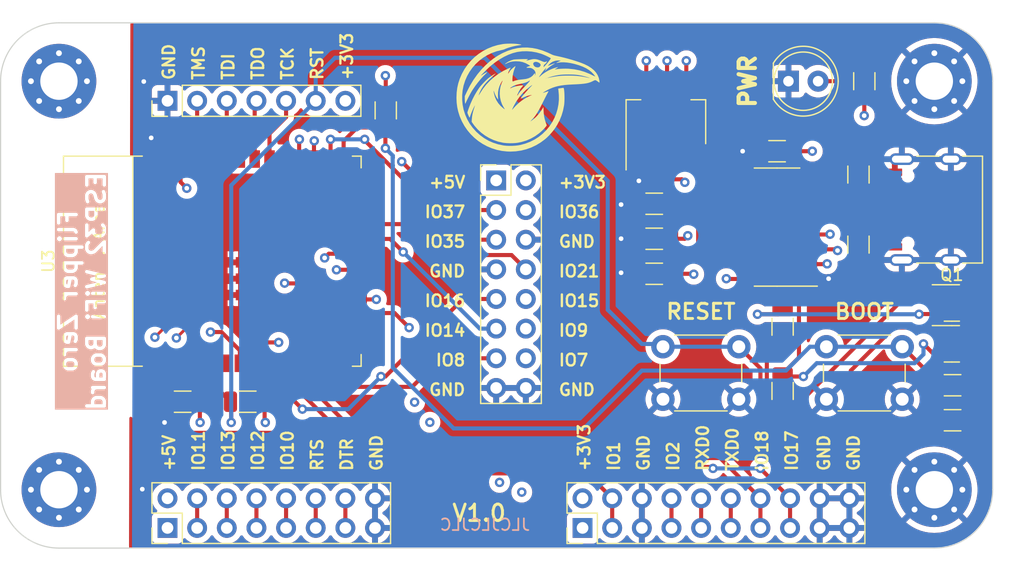
<source format=kicad_pcb>
(kicad_pcb (version 20221018) (generator pcbnew)
  (layers (0 "F.Cu" signal) (1 "In1.Cu" signal) (2 "In2.Cu" signal) (31 "B.Cu" signal) (34 "B.Paste" user) (35 "F.Paste" user) (36 "B.SilkS" user "B.Silkscreen") (37 "F.SilkS" user "F.Silkscreen") (38 "B.Mask" user) (39 "F.Mask" user) (44 "Edge.Cuts" user))
  (net 0 "")
  (net 1 "+3V3")
  (net 2 "GND")
  (net 3 "+5V")
  (net 4 "RST")
  (net 5 "IO0")
  (net 6 "Net-(D1-A)")
  (net 7 "IO11")
  (net 8 "IO13")
  (net 9 "IO12")
  (net 10 "IO10")
  (net 11 "RTS")
  (net 12 "DTR")
  (net 13 "IO1")
  (net 14 "IO2")
  (net 15 "RXD0")
  (net 16 "TXD0")
  (net 17 "IO18")
  (net 18 "IO17")
  (net 19 "Net-(J3-CC1)")
  (net 20 "Net-(U2-UD+)")
  (net 21 "Net-(U2-UD-)")
  (net 23 "Net-(J3-CC2)")
  (net 25 "IO37")
  (net 26 "IO36")
  (net 27 "IO35")
  (net 28 "IO21")
  (net 29 "IO16")
  (net 30 "IO15")
  (net 31 "IO14")
  (net 32 "IO9")
  (net 33 "IO8")
  (net 34 "IO7")
  (net 35 "TMS")
  (net 36 "TDI")
  (net 37 "TDO")
  (net 38 "TCK")
  (net 39 "Net-(Q1-G)")
  (net 40 "Net-(Q2-G)")
  (footprint "Capacitor_SMD:C_1206_3216Metric" (layer "F.Cu") (at 166.525 111 180)
    (fp_text reference "C1" hide)
    (fp_text value "100n" hide)
  )
  (footprint "Connector_PinHeader_2.54mm:PinHeader_2x10_P2.54mm_Vertical" (layer "F.Cu") (at 149.86 143.275 90)
    (fp_text reference "J2" hide)
    (fp_text value "Conn_Flipper_R" hide)
  )
  (footprint "Capacitor_SMD:C_1206_3216Metric" (layer "F.Cu") (at 156 121.5 180)
    (fp_text reference "C2" hide)
    (fp_text value "100n" hide)
  )
  (footprint "Capacitor_SMD:C_1206_3216Metric" (layer "F.Cu") (at 156 115.5 180)
    (fp_text reference "C4" hide)
    (fp_text value "100n" hide)
  )
  (footprint "Resistor_SMD:R_1206_3216Metric" (layer "F.Cu") (at 133 107.5 -90)
    (fp_text reference "R5" hide)
    (fp_text value "10k" hide)
  )
  (footprint "MountingHole:MountingHole_3.2mm_M3_Pad_Via" (layer "F.Cu") (at 105 105)
    (fp_text reference "H1" hide)
    (fp_text value "MountingHole_Pad" hide)
  )
  (footprint "Capacitor_SMD:C_1206_3216Metric" (layer "F.Cu") (at 115.6 132.461 180)
    (fp_text reference "C7" hide)
    (fp_text value "100n" hide)
  )
  (footprint "Resistor_SMD:R_1206_3216Metric" (layer "F.Cu") (at 121.158 132.461 180)
    (fp_text reference "R4" hide)
    (fp_text value "10k" hide)
  )
  (footprint "Connector_PinHeader_2.54mm:PinHeader_2x08_P2.54mm_Vertical" (layer "F.Cu") (at 142.46 113.5)
    (fp_text reference "J4" hide)
    (fp_text value "Breakout_1" hide)
  )
  (footprint "Button_Switch_THT:SW_PUSH_6mm" (layer "F.Cu") (at 170.75 127.75)
    (fp_text reference "SW2" hide)
    (fp_text value "FLASH_BTN" hide)
  )
  (footprint "Capacitor_SMD:C_1206_3216Metric" (layer "F.Cu") (at 181.5625 131.05)
    (fp_text reference "C6" hide)
    (fp_text value "100n" hide)
  )
  (footprint "Button_Switch_THT:SW_PUSH_6mm" (layer "F.Cu") (at 156.75 127.75)
    (fp_text reference "SW1" hide)
    (fp_text value "RESET_BTN" hide)
  )
  (footprint "MountingHole:MountingHole_3.2mm_M3_Pad_Via" (layer "F.Cu") (at 180 105)
    (fp_text reference "H2" hide)
    (fp_text value "MountingHole_Pad" hide)
  )
  (footprint "MountingHole:MountingHole_3.2mm_M3_Pad_Via" (layer "F.Cu") (at 180 140)
    (fp_text reference "H4" hide)
    (fp_text value "MountingHole_Pad" hide)
  )
  (footprint "Package_TO_SOT_SMD:SOT-223-3_TabPin2" (layer "F.Cu") (at 157 108.5 90)
    (fp_text reference "U1" hide)
    (fp_text value "AMS1117-3.3" hide)
  )
  (footprint "MountingHole:MountingHole_3.2mm_M3_Pad_Via" (layer "F.Cu") (at 105 140)
    (fp_text reference "H3" hide)
    (fp_text value "MountingHole_Pad" hide)
  )
  (footprint "Resistor_SMD:R_1206_3216Metric" (layer "F.Cu") (at 167 126.0375 -90)
    (fp_text reference "R7" hide)
    (fp_text value "1k" hide)
  )
  (footprint "Package_TO_SOT_SMD:SOT-23" (layer "F.Cu") (at 181.5 127.5)
    (fp_text reference "Q2" hide)
    (fp_text value "2N7002" hide)
  )
  (footprint "Resistor_SMD:R_1206_3216Metric" (layer "F.Cu") (at 173.5 119 -90)
    (fp_text reference "R1" hide)
    (fp_text value "5k1" hide)
  )
  (footprint "Package_TO_SOT_SMD:SOT-23" (layer "F.Cu") (at 181.5 124)
    (fp_text reference "Q1")
    (fp_text value "2N7002")
  )
  (footprint "Package_SO:SOIC-16_3.9x9.9mm_P1.27mm" (layer "F.Cu") (at 166.525 117.5 180)
    (fp_text reference "U2" hide)
    (fp_text value "CH340C" hide)
  )
  (footprint "Resistor_SMD:R_1206_3216Metric" (layer "F.Cu") (at 173.5 113 90)
    (fp_text reference "R2" hide)
    (fp_text value "5k1" hide)
  )
  (footprint "Espressif:ESP32-S3-WROOM-1" (layer "F.Cu") (at 121.14 120.42 90)
    (fp_text reference "U3")
    (fp_text value "ESP32-S3-WROOM-1" hide)
  )
  (footprint "Flipper-Zero-ESP32-GPIO-Board:Raven_Logo" (layer "F.Cu") (at 145.034 106.426)
    (fp_text reference "G***" hide)
    (fp_text value "LOGO" hide)
  )
  (footprint "Connector_USB:USB_C_Receptacle_G-Switch_GT-USB-7010ASV" (layer "F.Cu") (at 180.34 116 90)
    (fp_text reference "J3" hide)
    (fp_text value "USB C connector" hide)
  )
  (footprint "Connector_PinHeader_2.54mm:PinHeader_1x07_P2.54mm_Vertical" (layer "F.Cu") (at 114.3 106.68 90)
    (fp_text reference "J5" hide)
    (fp_text value "Breakout_2" hide)
  )
  (footprint "Capacitor_SMD:C_1206_3216Metric" (layer "F.Cu") (at 181.5625 134.05)
    (fp_text reference "C5" hide)
    (fp_text value "100n" hide)
  )
  (footprint "Resistor_SMD:R_1206_3216Metric" (layer "F.Cu") (at 174 105 90)
    (fp_text reference "R3" hide)
    (fp_text value "220" hide)
  )
  (footprint "Resistor_SMD:R_1206_3216Metric" (layer "F.Cu") (at 167 131.5375 -90)
    (fp_text reference "R6" hide)
    (fp_text value "1k" hide)
  )
  (footprint "Capacitor_SMD:C_1206_3216Metric" (layer "F.Cu") (at 156 118.5 180)
    (fp_text reference "C3" hide)
    (fp_text value "1u" hide)
  )
  (footprint "Connector_PinHeader_2.54mm:PinHeader_2x08_P2.54mm_Vertical" (layer "F.Cu") (at 114.3 143.275 90)
    (fp_text reference "J1" hide)
    (fp_text value "Conn_Flipper_L" hide)
  )
  (footprint "LED_THT:LED_D5.0mm" (layer "F.Cu") (at 167.5 105)
    (fp_text reference "D1" hide)
    (fp_text value "RED" hide)
  )
  (gr_line locked (start 105 145) (end 180 145) (stroke (width 0.1)) (layer "Edge.Cuts"))
  (gr_arc locked (start 185 140) (mid 183.535534 143.535534) (end 180 145) (stroke (width 0.1)) (layer "Edge.Cuts"))
  (gr_line locked (start 105 100) (end 180 100) (stroke (width 0.1)) (layer "Edge.Cuts"))
  (gr_line locked (start 100 105) (end 100 140) (stroke (width 0.1)) (layer "Edge.Cuts"))
  (gr_line locked (start 185 105) (end 185 140) (stroke (width 0.1)) (layer "Edge.Cuts"))
  (gr_arc locked (start 105 145) (mid 101.464466 143.535534) (end 100 140) (stroke (width 0.1)) (layer "Edge.Cuts"))
  (gr_arc locked (start 100 105) (mid 101.464466 101.464466) (end 105 100) (stroke (width 0.1)) (layer "Edge.Cuts"))
  (gr_arc locked (start 180 100) (mid 183.535534 101.464466) (end 185 105) (stroke (width 0.1)) (layer "Edge.Cuts"))
  (gr_text "JLCJLCJLC" (at 141.5 143) (layer "B.SilkS") (effects (font (size 1 1)) (justify mirror)))
  (gr_text "Flipper Zero\nESP32 WiFi Board" (at 107 123 90) (layer "B.SilkS" knockout) (effects (font (size 1.5 1.5) (thickness 0.3) bold) (justify mirror)))
  (gr_text "IO7" (at 147.72 128.9) (layer "F.SilkS") (effects (font (size 1 1) (thickness 0.2) bold) (justify left)))
  (gr_text "IO13" (at 119.5 138.5 90) (layer "F.SilkS") (effects (font (size 1 1) (thickness 0.2) bold) (justify left)))
  (gr_text "+3V3" (at 147.72 113.66) (layer "F.SilkS") (effects (font (size 1 1) (thickness 0.2) bold) (justify left)))
  (gr_text "RST" (at 127.12 105 90) (layer "F.SilkS") (effects (font (size 1 1) (thickness 0.2) bold) (justify left)))
  (gr_text "IO12" (at 122.04 138.5 90) (layer "F.SilkS") (effects (font (size 1 1) (thickness 0.2) bold) (justify left)))
  (gr_text "TDI" (at 119.5 105 90) (layer "F.SilkS") (effects (font (size 1 1) (thickness 0.2) bold) (justify left)))
  (gr_text "IO36" (at 147.72 116.2) (layer "F.SilkS") (effects (font (size 1 1) (thickness 0.2) bold) (justify left)))
  (gr_text "+5V" (at 114.42 138.5 90) (layer "F.SilkS") (effects (font (size 1 1) (thickness 0.2) bold) (justify left)))
  (gr_text "IO1" (at 152.54 138.5 90) (layer "F.SilkS") (effects (font (size 1 1) (thickness 0.2) bold) (justify left)))
  (gr_text "GND" (at 139.92 131.44) (layer "F.SilkS") (effects (font (size 1 1) (thickness 0.2) bold) (justify right)))
  (gr_text "IO10" (at 124.58 138.5 90) (layer "F.SilkS") (effects (font (size 1 1) (thickness 0.2) bold) (justify left)))
  (gr_text "IO21" (at 147.72 121.28) (layer "F.SilkS") (effects (font (size 1 1) (thickness 0.2) bold) (justify left)))
  (gr_text "DTR" (at 129.66 138.5 90) (layer "F.SilkS") (effects (font (size 1 1) (thickness 0.2) bold) (justify left)))
  (gr_text "TDO" (at 122.04 105 90) (layer "F.SilkS") (effects (font (size 1 1) (thickness 0.2) bold) (justify left)))
  (gr_text "IO8" (at 139.92 128.9) (layer "F.SilkS") (effects (font (size 1 1) (thickness 0.2) bold) (justify right)))
  (gr_text "IO9" (at 147.72 126.36) (layer "F.SilkS") (effects (font (size 1 1) (thickness 0.2) bold) (justify left)))
  (gr_text "TMS" (at 116.96 105 90) (layer "F.SilkS") (effects (font (size 1 1) (thickness 0.2) bold) (justify left)))
  (gr_text "GND" (at 132.2 138.5 90) (layer "F.SilkS") (effects (font (size 1 1) (thickness 0.2) bold) (justify left)))
  (gr_text "TXD0" (at 162.7 138.5 90) (layer "F.SilkS") (effects (font (size 1 1) (thickness 0.2) bold) (justify left)))
  (gr_text "BOOT" (at 174 125.5) (layer "F.SilkS") (effects (font (size 1.3 1.3) (thickness 0.25) bold) (justify bottom)))
  (gr_text "IO2" (at 157.62 138.5 90) (layer "F.SilkS") (effects (font (size 1 1) (thickness 0.2) bold) (justify left)))
  (gr_text "IO11" (at 116.96 138.5 90) (layer "F.SilkS") (effects (font (size 1 1) (thickness 0.2) bold) (justify left)))
  (gr_text "V1.0" (at 141 142) (layer "F.SilkS") (effects (font (size 1.4 1.4) (thickness 0.25) bold)))
  (gr_text "IO15" (at 147.72 123.82) (layer "F.SilkS") (effects (font (size 1 1) (thickness 0.2) bold) (justify left)))
  (gr_text "+3V3" (at 129.66 105 90) (layer "F.SilkS") (effects (font (size 1 1) (thickness 0.2) bold) (justify left)))
  (gr_text "GND" (at 170.54 138.5 90) (layer "F.SilkS") (effects (font (size 1 1) (thickness 0.2) bold) (justify left)))
  (gr_text "RESET" (at 160 125.5) (layer "F.SilkS") (effects (font (size 1.3 1.3) (thickness 0.25) bold) (justify bottom)))
  (gr_text "IO18" (at 165.24 138.5 90) (layer "F.SilkS") (effects (font (size 1 1) (thickness 0.2) bold) (justify left)))
  (gr_text "IO16" (at 139.92 123.82) (layer "F.SilkS") (effects (font (size 1 1) (thickness 0.2) bold) (justify right)))
  (gr_text "GND" (at 114.42 105 90) (layer "F.SilkS") (effects (font (size 1 1) (thickness 0.2) bold) (justify left)))
  (gr_text "+5V" (at 139.92 113.66) (layer "F.SilkS") (effects (font (size 1 1) (thickness 0.2) bold) (justify right)))
  (gr_text "PWR" (at 164 105 90) (layer "F.SilkS") (effects (font (size 1.4 1.4) (thickness 0.35) bold)))
  (gr_text "+3V3" (at 150 138.5 90) (layer "F.SilkS") (effects (font (size 1 1) (thickness 0.2) bold) (justify left)))
  (gr_text "GND" (at 139.92 121.28) (layer "F.SilkS") (effects (font (size 1 1) (thickness 0.2) bold) (justify right)))
  (gr_text "IO37" (at 139.92 116.2) (layer "F.SilkS") (effects (font (size 1 1) (thickness 0.2) bold) (justify right)))
  (gr_text "GND" (at 173.08 138.5 90) (layer "F.SilkS") (effects (font (size 1 1) (thickness 0.2) bold) (justify left)))
  (gr_text "IO14" (at 139.92 126.36) (layer "F.SilkS") (effects (font (size 1 1) (thickness 0.2) bold) (justify right)))
  (gr_text "GND" (at 155.08 138.5 90) (layer "F.SilkS") (effects (font (size 1 1) (thickness 0.2) bold) (justify left)))
  (gr_text "GND" (at 147.72 131.44) (layer "F.SilkS") (effects (font (size 1 1) (thickness 0.2) bold) (justify left)))
  (gr_text "RXD0" (at 160.16 138.5 90) (layer "F.SilkS") (effects (font (size 1 1) (thickness 0.2) bold) (justify left)))
  (gr_text "RTS" (at 127.12 138.5 90) (layer "F.SilkS") (effects (font (size 1 1) (thickness 0.2) bold) (justify left)))
  (gr_text "GND" (at 147.72 118.74) (layer "F.SilkS") (effects (font (size 1 1) (thickness 0.2) bold) (justify left)))
  (gr_text "IO17" (at 167.78 138.5 90) (layer "F.SilkS") (effects (font (size 1 1) (thickness 0.2) bold) (justify left)))
  (gr_text "TCK" (at 124.58 105 90) (layer "F.SilkS") (effects (font (size 1 1) (thickness 0.2) bold) (justify left)))
  (gr_text "IO35" (at 139.92 118.74) (layer "F.SilkS") (effects (font (size 1 1) (thickness 0.2) bold) (justify right)))
  (segment (start 157.475 118.5) (end 157.475 115.5) (width 0.35) (layer "F.Cu") (net 1))
  (segment (start 174 106.4625) (end 174 107.94) (width 0.35) (layer "F.Cu") (net 1))
  (segment (start 158.75 103.251) (end 158.75 104.648) (width 0.35) (layer "F.Cu") (net 1))
  (segment (start 157.475 113.406) (end 158.364 113.406) (width 0.35) (layer "F.Cu") (net 1))
  (segment (start 158.75 104.648) (end 158.048 105.35) (width 0.35) (layer "F.Cu") (net 1))
  (segment (start 158.364 113.406) (end 158.623 113.665) (width 0.35) (layer "F.Cu") (net 1))
  (segment (start 169.543 111) (end 169.545 110.998) (width 0.35) (layer "F.Cu") (net 1))
  (segment (start 157 111.65) (end 157 112.931) (width 0.35) (layer "F.Cu") (net 1))
  (segment (start 155.829 105.029) (end 155.321 104.521) (width 0.35) (layer "F.Cu") (net 1))
  (segment (start 157.475 118.5) (end 158.614 118.5) (width 0.35) (layer "F.Cu") (net 1))
  (segment (start 157 112.931) (end 157.475 113.406) (width 0.35) (layer "F.Cu") (net 1))
  (segment (start 169 118.135) (end 171.044 118.135) (width 0.35) (layer "F.Cu") (net 1))
  (segment (start 114.15 130.27) (end 114.944 131.064) (width 0.35) (layer "F.Cu") (net 1))
  (segment (start 162.204 121.945) (end 162.179 121.92) (width 0.35) (layer "F.Cu") (net 1))
  (segment (start 156.15 105.35) (end 155.829 105.029) (width 0.35) (layer "F.Cu") (net 1))
  (segment (start 157.099 103.251) (end 157.099 105.251) (width 0.35) (layer "F.Cu") (net 1))
  (segment (start 158.614 118.5) (end 158.877 118.237) (width 0.35) (layer "F.Cu") (net 1))
  (segment (start 133 104.552) (end 132.969 104.521) (width 0.35) (layer "F.Cu") (net 1))
  (segment (start 117.075 134.22) (end 117.094 134.239) (width 0.35) (layer "F.Cu") (net 1))
  (segment (start 117.075 132.442) (end 117.075 132.461) (width 0.35) (layer "F.Cu") (net 1))
  (segment (start 115.697 131.064) (end 117.075 132.442) (width 0.35) (layer "F.Cu") (net 1))
  (segment (start 157 105.35) (end 156.15 105.35) (width 0.35) (layer "F.Cu") (net 1))
  (segment (start 114.15 129.17) (end 114.15 130.27) (width 0.35) (layer "F.Cu") (net 1))
  (segment (start 157.099 105.251) (end 157 105.35) (width 0.35) (layer "F.Cu") (net 1))
  (segment (start 171.044 118.135) (end 171.069 118.11) (width 0.35) (layer "F.Cu") (net 1))
  (segment (start 155.321 104.521) (end 155.321 103.251) (width 0.35) (layer "F.Cu") (net 1))
  (segment (start 174 107.94) (end 173.99 107.95) (width 0.35) (layer "F.Cu") (net 1))
  (segment (start 158.048 105.35) (end 157 105.35) (width 0.35) (layer "F.Cu") (net 1))
  (segment (start 164.05 121.945) (end 162.204 121.945) (width 0.35) (layer "F.Cu") (net 1))
  (segment (start 122.6205 134.1775) (end 122.682 134.239) (width 0.35) (layer "F.Cu") (net 1))
  (segment (start 117.075 132.461) (end 117.075 134.22) (width 0.35) (layer "F.Cu") (net 1))
  (segment (start 133 106.0375) (end 133 104.552) (width 0.35) (layer "F.Cu") (net 1))
  (segment (start 157.475 113.406) (end 157.475 115.5) (width 0.35) (layer "F.Cu") (net 1))
  (segment (start 114.944 131.064) (end 115.697 131.064) (width 0.35) (layer "F.Cu") (net 1))
  (segment (start 122.6205 132.461) (end 122.6205 134.1775) (width 0.35) (layer "F.Cu") (net 1))
  (segment (start 168 111) (end 169.543 111) (width 0.35) (layer "F.Cu") (net 1))
  (via (at 158.75 103.251) (size 0.8) (drill 0.4) (layers "F.Cu" "B.Cu") (net 1))
  (via (at 171.069 118.11) (size 0.8) (drill 0.4) (layers "F.Cu" "B.Cu") (net 1))
  (via (at 158.623 113.665) (size 0.8) (drill 0.4) (layers "F.Cu" "B.Cu") (net 1))
  (via (at 122.682 134.239) (size 0.8) (drill 0.4) (layers "F.Cu" "B.Cu") (net 1))
  (via (at 132.969 104.521) (size 0.8) (drill 0.4) (layers "F.Cu" "B.Cu") (net 1))
  (via (at 157.099 103.251) (size 0.8) (drill 0.4) (layers "F.Cu" "B.Cu") (net 1))
  (via (at 173.99 107.95) (size 0.8) (drill 0.4) (layers "F.Cu" "B.Cu") (net 1))
  (via (at 162.179 121.92) (size 0.8) (drill 0.4) (layers "F.Cu" "B.Cu") (net 1))
  (via (at 169.545 110.998) (size 0.8) (drill 0.4) (layers "F.Cu" "B.Cu") (net 1))
  (via (at 117.094 134.239) (size 0.8) (drill 0.4) (layers "F.Cu" "B.Cu") (net 1))
  (via (at 155.321 103.251) (size 0.8) (drill 0.4) (layers "F.Cu" "B.Cu") (net 1))
  (via (at 158.877 118.237) (size 0.8) (drill 0.4) (layers "F.Cu" "B.Cu") (net 1))
  (segment (start 154.525 115.5) (end 153.232 115.5) (width 0.35) (layer "F.Cu") (net 2))
  (segment (start 154.94 140.735) (end 154.94 143.275) (width 0.35) (layer "F.Cu") (net 2))
  (segment (start 169 121.945) (end 170.917 121.945) (width 0.35) (layer "F.Cu") (net 2))
  (segment (start 114.125 134.16) (end 114.046 134.239) (width 0.35) (layer "F.Cu") (net 2))
  (segment (start 154.525 118.5) (end 153.171 118.5) (width 0.35) (layer "F.Cu") (net 2))
  (segment (start 114.125 132.461) (end 114.125 134.16) (width 0.35) (layer "F.Cu") (net 2))
  (segment (start 154.7 111.65) (end 154.7 113.524) (width 0.35) (layer "F.Cu") (net 2))
  (segment (start 170.917 121.945) (end 170.942 121.92) (width 0.35) (layer "F.Cu") (net 2))
  (segment (start 163.578 111) (end 163.576 110.998) (width 0.35) (layer "F.Cu") (net 2))
  (segment (start 153.171 118.5) (end 153.162 118.491) (width 0.35) (layer "F.Cu") (net 2))
  (segment (start 154.525 121.5) (end 153.25 121.5) (width 0.35) (layer "F.Cu") (net 2))
  (segment (start 112.88 111.67) (end 112.88 109.878) (width 0.35) (layer "F.Cu") (net 2))
  (segment (start 153.25 121.5) (end 153.162 121.412) (width 0.35) (layer "F.Cu") (net 2))
  (segment (start 112.88 129.17) (end 112.88 131.216) (width 0.35) (layer "F.Cu") (net 2))
  (segment (start 112.88 131.216) (end 114.125 132.461) (width 0.35) (layer "F.Cu") (net 2))
  (segment (start 165.05 111) (end 163.578 111) (width 0.35) (layer "F.Cu") (net 2))
  (segment (start 112.88 109.878) (end 112.903 109.855) (width 0.35) (layer "F.Cu") (net 2))
  (segment (start 153.232 115.5) (end 153.162 115.57) (width 0.35) (layer "F.Cu") (net 2))
  (segment (start 183.0375 131.05) (end 183.0375 134.05) (width 0.35) (layer "F.Cu") (net 2))
  (segment (start 154.7 113.524) (end 154.686 113.538) (width 0.35) (layer "F.Cu") (net 2))
  (via (at 112.903 109.855) (size 0.8) (drill 0.4) (layers "F.Cu" "B.Cu") (net 2))
  (via (at 163.576 110.998) (size 0.8) (drill 0.4) (layers "F.Cu" "B.Cu") (net 2))
  (via (at 153.162 115.57) (size 0.8) (drill 0.4) (layers "F.Cu" "B.Cu") (net 2))
  (via (at 112.268 105.029) (size 0.8) (drill 0.4) (layers "F.Cu" "B.Cu") (net 2))
  (via (at 114.046 134.239) (size 0.8) (drill 0.4) (layers "F.Cu" "B.Cu") (net 2))
  (via (at 153.162 121.412) (size 0.8) (drill 0.4) (layers "F.Cu" "B.Cu") (net 2))
  (via (at 170.942 121.92) (size 0.8) (drill 0.4) (layers "F.Cu" "B.Cu") (net 2))
  (via (at 153.162 118.491) (size 0.8) (drill 0.4) (layers "F.Cu" "B.Cu") (net 2))
  (via (at 112.141 139.954) (size 0.8) (drill 0.4) (layers "F.Cu" "B.Cu") (net 2))
  (via (at 154.686 113.538) (size 0.8) (drill 0.4) (layers "F.Cu" "B.Cu") (net 2))
  (segment (start 177.52 118.215) (end 177.8 117.935) (width 0.2) (layer "F.Cu") (net 3))
  (segment (start 159.346 121.5) (end 159.385 121.539) (width 0.35) (layer "F.Cu") (net 3))
  (segment (start 175.645 113.6) (end 175.133 113.088) (width 0.35) (layer "F.Cu") (net 3))
  (segment (start 176.615 113.6) (end 175.645 113.6) (width 0.35) (layer "F.Cu") (net 3))
  (segment (start 159.766 119.209) (end 159.766 112.116) (width 0.35) (layer "F.Cu") (net 3))
  (segment (start 177.535 113.8) (end 176.815 113.8) (width 0.2) (layer "F.Cu") (net 3))
  (segment (start 176.615 118.4) (end 176.8 118.215) (width 0.2) (layer "F.Cu") (net 3))
  (segment (start 157.475 121.5) (end 159.766 119.209) (width 0.35) (layer "F.Cu") (net 3))
  (segment (start 159.766 112.116) (end 159.3 111.65) (width 0.35) (layer "F.Cu") (net 3))
  (segment (start 175.133 110.617) (end 173.99 109.474) (width 0.35) (layer "F.Cu") (net 3))
  (segment (start 176.815 113.8) (end 176.615 113.6) (width 0.2) (layer "F.Cu") (net 3))
  (segment (start 161.476 109.474) (end 159.3 111.65) (width 0.35) (layer "F.Cu") (net 3))
  (segment (start 177.8 114.065) (end 177.535 113.8) (width 0.2) (layer "F.Cu") (net 3))
  (segment (start 173.99 109.474) (end 161.476 109.474) (width 0.35) (layer "F.Cu") (net 3))
  (segment (start 157.475 121.5) (end 159.346 121.5) (width 0.35) (layer "F.Cu") (net 3))
  (segment (start 177.8 117.935) (end 177.8 114.065) (width 0.2) (layer "F.Cu") (net 3))
  (segment (start 176.8 118.215) (end 177.52 118.215) (width 0.2) (layer "F.Cu") (net 3))
  (segment (start 175.133 113.088) (end 175.133 110.617) (width 0.35) (layer "F.Cu") (net 3))
  (via (at 159.385 121.539) (size 0.8) (drill 0.4) (layers "F.Cu" "B.Cu") (net 3))
  (segment (start 165.1 129.6) (end 163.25 127.75) (width 0.35) (layer "F.Cu") (net 4))
  (segment (start 179.3905 134.747) (end 165.608 134.747) (width 0.35) (layer "F.Cu") (net 4))
  (segment (start 115.782 130.514) (end 115.42 130.152) (width 0.35) (layer "F.Cu") (net 4))
  (segment (start 165.608 134.747) (end 165.1 134.239) (width 0.35) (layer "F.Cu") (net 4))
  (segment (start 116.986883 130.514) (end 115.782 130.514) (width 0.35) (layer "F.Cu") (net 4))
  (segment (start 183.55 125.1125) (end 183.55 128.362) (width 0.35) (layer "F.Cu") (net 4))
  (segment (start 117.536883 131.064) (end 116.986883 130.514) (width 0.35) (layer "F.Cu") (net 4))
  (segment (start 119.6955 132.461) (end 118.2985 131.064) (width 0.35) (layer "F.Cu") (net 4))
  (segment (start 183.55 128.362) (end 181.483 130.429) (width 0.35) (layer "F.Cu") (net 4))
  (segment (start 181.483 132.6545) (end 180.0875 134.05) (width 0.35) (layer "F.Cu") (net 4))
  (segment (start 119.761 132.5265) (end 119.6955 132.461) (width 0.35) (layer "F.Cu") (net 4))
  (segment (start 181.483 130.429) (end 181.483 132.6545) (width 0.35) (layer "F.Cu") (net 4))
  (segment (start 182.4375 124) (end 183.55 125.1125) (width 0.35) (layer "F.Cu") (net 4))
  (segment (start 180.0875 134.05) (end 179.3905 134.747) (width 0.35) (layer "F.Cu") (net 4))
  (segment (start 115.42 130.152) (end 115.42 129.17) (width 0.35) (layer "F.Cu") (net 4))
  (segment (start 118.2985 131.064) (end 117.536883 131.064) (width 0.35) (layer "F.Cu") (net 4))
  (segment (start 119.761 134.239) (end 119.761 132.5265) (width 0.35) (layer "F.Cu") (net 4))
  (segment (start 165.1 134.239) (end 165.1 129.6) (width 0.35) (layer "F.Cu") (net 4))
  (via (at 119.761 134.239) (size 0.8) (drill 0.4) (layers "F.Cu" "B.Cu") (net 4))
  (segment (start 152.019 113.538) (end 141.478 102.997) (width 0.35) (layer "B.Cu") (net 4))
  (segment (start 127 104.648) (end 127 106.68) (width 0.35) (layer "B.Cu") (net 4))
  (segment (start 163.25 127.75) (end 156.75 127.75) (width 0.35) (layer "B.Cu") (net 4))
  (segment (start 141.478 102.997) (end 128.651 102.997) (width 0.35) (layer "B.Cu") (net 4))
  (segment (start 119.761 113.919) (end 119.761 134.239) (width 0.35) (layer "B.Cu") (net 4))
  (segment (start 154.947 127.515) (end 152.019 124.587) (width 0.35) (layer "B.Cu") (net 4))
  (segment (start 127 106.68) (end 119.761 113.919) (width 0.35) (layer "B.Cu") (net 4))
  (segment (start 156.515 127.515) (end 154.947 127.515) (width 0.35) (layer "B.Cu") (net 4))
  (segment (start 156.75 127.75) (end 156.515 127.515) (width 0.35) (layer "B.Cu") (net 4))
  (segment (start 128.651 102.997) (end 127 104.648) (width 0.35) (layer "B.Cu") (net 4))
  (segment (start 152.019 124.587) (end 152.019 113.538) (width 0.35) (layer "B.Cu") (net 4))
  (segment (start 182.4375 128.5855) (end 180.0875 130.9355) (width 0.35) (layer "F.Cu") (net 5))
  (segment (start 180.0875 131.05) (end 180.0875 130.5875) (width 0.35) (layer "F.Cu") (net 5))
  (segment (start 133 108.9625) (end 132.9965 108.966) (width 0.35) (layer "F.Cu") (net 5))
  (segment (start 132.969 110.744) (end 132.969 108.9935) (width 0.35) (layer "F.Cu") (net 5))
  (segment (start 130.556 108.966) (end 129.39 110.132) (width 0.35) (layer "F.Cu") (net 5))
  (segment (start 180.0875 130.5875) (end 177.25 127.75) (width 0.35) (layer "F.Cu") (net 5))
  (segment (start 132.969 108.9935) (end 133 108.9625) (width 0.35) (layer "F.Cu") (net 5))
  (segment (start 182.4375 127.5) (end 182.4375 128.5855) (width 0.35) (layer "F.Cu") (net 5))
  (segment (start 129.39 110.132) (end 129.39 111.67) (width 0.35) (layer "F.Cu") (net 5))
  (segment (start 180.0875 130.9355) (end 180.0875 131.05) (width 0.35) (layer "F.Cu") (net 5))
  (segment (start 132.9965 108.966) (end 130.556 108.966) (width 0.35) (layer "F.Cu") (net 5))
  (via (at 132.969 110.744) (size 0.8) (drill 0.4) (layers "F.Cu" "B.Cu") (net 5))
  (segment (start 154.94 129.794) (end 149.987 134.747) (width 0.35) (layer "B.Cu") (net 5))
  (segment (start 133.604 129.54) (end 133.604 112.221016) (width 0.35) (layer "B.Cu") (net 5))
  (segment (start 133.604 111.379) (end 132.969 110.744) (width 0.35) (layer "B.Cu") (net 5))
  (segment (start 170.75 127.75) (end 169.335787 127.75) (width 0.35) (layer "B.Cu") (net 5))
  (segment (start 133.591 111.565984) (end 133.604 111.552984) (width 0.35) (layer "B.Cu") (net 5))
  (segment (start 133.591 112.208016) (end 133.591 111.565984) (width 0.35) (layer "B.Cu") (net 5))
  (segment (start 138.811 134.747) (end 133.604 129.54) (width 0.35) (layer "B.Cu") (net 5))
  (segment (start 167.291787 129.794) (end 154.94 129.794) (width 0.35) (layer "B.Cu") (net 5))
  (segment (start 177.25 127.75) (end 170.75 127.75) (width 0.35) (layer "B.Cu") (net 5))
  (segment (start 149.987 134.747) (end 138.811 134.747) (width 0.35) (layer "B.Cu") (net 5))
  (segment (start 133.604 111.552984) (end 133.604 111.379) (width 0.35) (layer "B.Cu") (net 5))
  (segment (start 133.604 112.221016) (end 133.591 112.208016) (width 0.35) (layer "B.Cu") (net 5))
  (segment (start 169.335787 127.75) (end 167.291787 129.794) (width 0.35) (layer "B.Cu") (net 5))
  (segment (start 172.5375 105) (end 174 103.5375) (width 0.35) (layer "F.Cu") (net 6))
  (segment (start 170.04 105) (end 172.5375 105) (width 0.35) (layer "F.Cu") (net 6))
  (segment (start 116.84 140.735) (end 116.84 143.275) (width 0.35) (layer "F.Cu") (net 7))
  (segment (start 124.357 122.325) (end 130.64 122.325) (width 0.35) (layer "F.Cu") (net 7))
  (segment (start 124.333 122.301) (end 124.357 122.325) (width 0.35) (layer "F.Cu") (net 7))
  (via (at 124.333 122.301) (size 0.8) (drill 0.4) (layers "F.Cu" "B.Cu") (net 7))
  (segment (start 127.762 120.142) (end 128.119 119.785) (width 0.35) (layer "F.Cu") (net 8))
  (segment (start 119.38 140.735) (end 119.38 143.275) (width 0.35) (layer "F.Cu") (net 8))
  (segment (start 128.119 119.785) (end 130.64 119.785) (width 0.35) (layer "F.Cu") (net 8))
  (via (at 127.762 120.142) (size 0.8) (drill 0.4) (layers "F.Cu" "B.Cu") (net 8))
  (segment (start 121.92 140.735) (end 121.92 143.275) (width 0.35) (layer "F.Cu") (net 9))
  (segment (start 128.778 121.158) (end 130.537 121.158) (width 0.35) (layer "F.Cu") (net 9))
  (segment (start 130.537 121.158) (end 130.64 121.055) (width 0.35) (layer "F.Cu") (net 9))
  (via (at 128.778 121.158) (size 0.8) (drill 0.4) (layers "F.Cu" "B.Cu") (net 9))
  (segment (start 130.743 123.698) (end 130.64 123.595) (width 0.35) (layer "F.Cu") (net 10))
  (segment (start 132.1945 123.698) (end 130.743 123.698) (width 0.35) (layer "F.Cu") (net 10))
  (segment (start 124.46 140.735) (end 124.46 143.275) (width 0.35) (layer "F.Cu") (net 10))
  (via (at 132.1945 123.698) (size 0.8) (drill 0.4) (layers "F.Cu" "B.Cu") (net 10))
  (segment (start 164.05 119.405) (end 164.497462 119.405) (width 0.35) (layer "F.Cu") (net 11))
  (segment (start 180.5625 124.95) (end 178.707 124.95) (width 0.35) (layer "F.Cu") (net 11))
  (segment (start 166.607 124.968) (end 167 124.575) (width 0.35) (layer "F.Cu") (net 11))
  (segment (start 127 140.735) (end 127 143.275) (width 0.35) (layer "F.Cu") (net 11))
  (segment (start 178.707 124.95) (end 178.689 124.968) (width 0.35) (layer "F.Cu") (net 11))
  (segment (start 164.497462 119.405) (end 164.522462 119.38) (width 0.35) (layer "F.Cu") (net 11))
  (segment (start 166.37 120.269) (end 166.37 123.945) (width 0.35) (layer "F.Cu") (net 11))
  (segment (start 166.37 123.945) (end 167 124.575) (width 0.35) (layer "F.Cu") (net 11))
  (segment (start 165.481 119.38) (end 166.37 120.269) (width 0.35) (layer "F.Cu") (net 11))
  (segment (start 164.846 124.968) (end 166.607 124.968) (width 0.35) (layer "F.Cu") (net 11))
  (segment (start 164.522462 119.38) (end 165.481 119.38) (width 0.35) (layer "F.Cu") (net 11))
  (via (at 178.689 124.968) (size 0.8) (drill 0.4) (layers "F.Cu" "B.Cu") (net 11))
  (via (at 164.846 124.968) (size 0.8) (drill 0.4) (layers "F.Cu" "B.Cu") (net 11))
  (segment (start 164.846 124.968) (end 178.689 124.968) (width 0.35) (layer "B.Cu") (net 11))
  (segment (start 168.783 130.302) (end 167.227 130.302) (width 0.35) (layer "F.Cu") (net 12))
  (segment (start 164.05 118.135) (end 165.252 118.135) (width 0.35) (layer "F.Cu") (net 12))
  (segment (start 179.07 127.508) (end 180.012 128.45) (width 0.35) (layer "F.Cu") (net 12))
  (segment (start 165.252 118.135) (end 167.005 119.888) (width 0.35) (layer "F.Cu") (net 12))
  (segment (start 167.005 119.888) (end 167.005 122.428) (width 0.35) (layer "F.Cu") (net 12))
  (segment (start 168.402 123.825) (end 168.402 128.673) (width 0.35) (layer "F.Cu") (net 12))
  (segment (start 167.005 122.428) (end 168.402 123.825) (width 0.35) (layer "F.Cu") (net 12))
  (segment (start 168.402 128.673) (end 167 130.075) (width 0.35) (layer "F.Cu") (net 12))
  (segment (start 167.227 130.302) (end 167 130.075) (width 0.35) (layer "F.Cu") (net 12))
  (segment (start 180.012 128.45) (end 180.5625 128.45) (width 0.35) (layer "F.Cu") (net 12))
  (segment (start 129.54 140.735) (end 129.54 143.275) (width 0.35) (layer "F.Cu") (net 12))
  (via (at 168.783 130.302) (size 0.8) (drill 0.4) (layers "F.Cu" "B.Cu") (net 12))
  (via (at 179.07 127.508) (size 0.8) (drill 0.4) (layers "F.Cu" "B.Cu") (net 12))
  (segment (start 169.926 129.159) (end 168.783 130.302) (width 0.35) (layer "B.Cu") (net 12))
  (segment (start 179.07 128.397) (end 178.308 129.159) (width 0.35) (layer "B.Cu") (net 12))
  (segment (start 179.07 127.508) (end 179.07 128.397) (width 0.35) (layer "B.Cu") (net 12))
  (segment (start 178.308 129.159) (end 169.926 129.159) (width 0.35) (layer "B.Cu") (net 12))
  (segment (start 114.15 111.67) (end 114.15 117.12) (width 0.35) (layer "F.Cu") (net 13))
  (segment (start 111.633 133.223) (end 113.538 135.128) (width 0.35) (layer "F.Cu") (net 13))
  (segment (start 111.633 119.637) (end 111.633 133.223) (width 0.35) (layer "F.Cu") (net 13))
  (segment (start 152.4 140.735) (end 152.4 143.275) (width 0.35) (layer "F.Cu") (net 13))
  (segment (start 128.143 135.128) (end 131.614 138.599) (width 0.35) (layer "F.Cu") (net 13))
  (segment (start 150.264 138.599) (end 152.4 140.735) (width 0.35) (layer "F.Cu") (net 13))
  (segment (start 131.614 138.599) (end 150.264 138.599) (width 0.35) (layer "F.Cu") (net 13))
  (segment (start 114.15 117.12) (end 111.633 119.637) (width 0.35) (layer "F.Cu") (net 13))
  (segment (start 113.538 135.128) (end 128.143 135.128) (width 0.35) (layer "F.Cu") (net 13))
  (segment (start 115.951 114.173) (end 115.42 113.642) (width 0.35) (layer "F.Cu") (net 14))
  (segment (start 115.42 113.642) (end 115.42 111.67) (width 0.35) (layer "F.Cu") (net 14))
  (segment (start 157.48 140.735) (end 157.48 143.275) (width 0.35) (layer "F.Cu") (net 14))
  (via (at 115.951 114.173) (size 0.8) (drill 0.4) (layers "F.Cu" "B.Cu") (net 14))
  (segment (start 117.96 113.388) (end 118.11 113.538) (width 0.25) (layer "F.Cu") (net 15))
  (segment (start 170.79 120.675) (end 170.815 120.65) (width 0.35) (layer "F.Cu") (net 15))
  (segment (start 169 120.675) (end 170.79 120.675) (width 0.35) (layer "F.Cu") (net 15))
  (segment (start 118.11 113.538) (end 118.11 123.952) (width 0.25) (layer "F.Cu") (net 15))
  (segment (start 118.11 123.952) (end 115.062 127) (width 0.25) (layer "F.Cu") (net 15))
  (segment (start 117.96 111.67) (end 117.96 113.388) (width 0.25) (layer "F.Cu") (net 15))
  (segment (start 160.02 140.735) (end 160.02 143.275) (width 0.35) (layer "F.Cu") (net 15))
  (via (at 144.653 140.208) (size 0.8) (drill 0.4) (layers "F.Cu" "B.Cu") (net 15))
  (via (at 115.062 127) (size 0.8) (drill 0.4) (layers "F.Cu" "B.Cu") (net 15))
  (via (at 135.469345 132.500655) (size 0.8) (drill 0.4) (layers "F.Cu" "B.Cu") (net 15))
  (via (at 170.815 120.65) (size 0.8) (drill 0.4) (layers "F.Cu" "B.Cu") (net 15))
  (segment (start 117.258 122.899) (end 113.2205 126.9365) (width 0.25) (layer "F.Cu") (net 16))
  (segment (start 171.602 119.405) (end 171.704 119.507) (width 0.35) (layer "F.Cu") (net 16))
  (segment (start 162.56 140.735) (end 162.56 143.275) (width 0.35) (layer "F.Cu") (net 16))
  (segment (start 116.69 111.67) (end 116.69 113.261) (width 0.25) (layer "F.Cu") (net 16))
  (segment (start 117.258 113.829) (end 117.258 122.899) (width 0.25) (layer "F.Cu") (net 16))
  (segment (start 116.69 113.261) (end 117.258 113.829) (width 0.25) (layer "F.Cu") (net 16))
  (segment (start 169 119.405) (end 171.602 119.405) (width 0.35) (layer "F.Cu") (net 16))
  (via (at 171.704 119.507) (size 0.8) (drill 0.4) (layers "F.Cu" "B.Cu") (net 16))
  (via (at 113.2205 126.9365) (size 0.8) (drill 0.4) (layers "F.Cu" "B.Cu") (net 16))
  (via (at 136.779 134.225845) (size 0.8) (drill 0.4) (layers "F.Cu" "B.Cu") (net 16))
  (via (at 142.748 139.3735) (size 0.8) (drill 0.4) (layers "F.Cu" "B.Cu") (net 16))
  (segment (start 161.652 137.287) (end 165.1 140.735) (width 0.35) (layer "F.Cu") (net 17))
  (segment (start 125.58 129.17) (end 125.58 130.27) (width 0.35) (layer "F.Cu") (net 17))
  (segment (start 165.1 140.735) (end 165.1 143.275) (width 0.35) (layer "F.Cu") (net 17))
  (segment (start 125.58 130.27) (end 132.597 137.287) (width 0.35) (layer "F.Cu") (net 17))
  (segment (start 132.597 137.287) (end 161.652 137.287) (width 0.35) (layer "F.Cu") (net 17))
  (segment (start 165.1 138.176) (end 165.1 138.195) (width 0.35) (layer "F.Cu") (net 18))
  (segment (start 167.64 140.735) (end 167.64 143.275) (width 0.35) (layer "F.Cu") (net 18))
  (segment (start 142.113 138.049) (end 160.909 138.049) (width 0.35) (layer "F.Cu") (net 18))
  (segment (start 124.31 129.17) (end 124.31 130.27) (width 0.35) (layer "F.Cu") (net 18))
  (segment (start 132.089 138.049) (end 142.113 138.049) (width 0.35) (layer "F.Cu") (net 18))
  (segment (start 124.31 130.27) (end 132.089 138.049) (width 0.35) (layer "F.Cu") (net 18))
  (segment (start 165.1 138.195) (end 167.64 140.735) (width 0.35) (layer "F.Cu") (net 18))
  (segment (start 160.909 138.049) (end 161.036 138.176) (width 0.35) (layer "F.Cu") (net 18))
  (via (at 165.1 138.176) (size 0.8) (drill 0.4) (layers "F.Cu" "B.Cu") (net 18))
  (via (at 161.036 138.176) (size 0.8) (drill 0.4) (layers "F.Cu" "B.Cu") (net 18))
  (segment (start 161.036 138.176) (end 165.1 138.176) (width 0.35) (layer "B.Cu") (net 18))
  (segment (start 176.615 117.25) (end 173.7875 117.25) (width 0.2) (layer "F.Cu") (net 19))
  (segment (start 173.7875 117.25) (end 173.5 117.5375) (width 0.2) (layer "F.Cu") (net 19))
  (segment (start 171.786 116.25) (end 171.196 116.84) (width 0.2) (layer "F.Cu") (net 20))
  (segment (start 176.615 116.25) (end 171.786 116.25) (width 0.2) (layer "F.Cu") (net 20))
  (segment (start 171.196 116.84) (end 169.025 116.84) (width 0.2) (layer "F.Cu") (net 20))
  (segment (start 169.025 116.84) (end 169 116.865) (width 0.2) (layer "F.Cu") (net 20))
  (segment (start 169.155 115.75) (end 169 115.595) (width 0.2) (layer "F.Cu") (net 21))
  (segment (start 176.615 115.75) (end 169.155 115.75) (width 0.2) (layer "F.Cu") (net 21))
  (segment (start 176.615 114.25) (end 173.7125 114.25) (width 0.2) (layer "F.Cu") (net 23))
  (segment (start 173.7125 114.25) (end 173.5 114.4625) (width 0.2) (layer "F.Cu") (net 23))
  (segment (start 125.58 110.005) (end 125.603 109.982) (width 0.35) (layer "F.Cu") (net 25))
  (segment (start 142.46 116.04) (end 138.519 116.04) (width 0.35) (layer "F.Cu") (net 25))
  (segment (start 125.58 111.67) (end 125.58 110.005) (width 0.35) (layer "F.Cu") (net 25))
  (segment (start 138.519 116.04) (end 134.366 111.887) (width 0.35) (layer "F.Cu") (net 25))
  (via (at 134.366 111.887) (size 0.8) (drill 0.4) (layers "F.Cu" "B.Cu") (net 25))
  (via (at 125.603 109.982) (size 0.8) (drill 0.4) (layers "F.Cu" "B.Cu") (net 25))
  (segment (start 126.85 110.132) (end 126.873 110.109) (width 0.35) (layer "F.Cu") (net 26))
  (segment (start 126.85 111.67) (end 126.85 110.132) (width 0.35) (layer "F.Cu") (net 26))
  (via (at 126.873 110.109) (size 0.8) (drill 0.4) (layers "F.Cu" "B.Cu") (net 26))
  (segment (start 128.27 111.52) (end 128.12 111.67) (width 0.35) (layer "F.Cu") (net 27))
  (segment (start 131.191 110.062016) (end 131.191 109.982) (width 0.35) (layer "F.Cu") (net 27))
  (segment (start 128.27 109.982) (end 128.27 111.52) (width 0.35) (layer "F.Cu") (net 27))
  (segment (start 139.708984 118.58) (end 131.191 110.062016) (width 0.35) (layer "F.Cu") (net 27))
  (segment (start 142.46 118.58) (end 139.708984 118.58) (width 0.35) (layer "F.Cu") (net 27))
  (via (at 131.191 109.982) (size 0.8) (drill 0.4) (layers "F.Cu" "B.Cu") (net 27))
  (via (at 128.27 109.982) (size 0.8) (drill 0.4) (layers "F.Cu" "B.Cu") (net 27))
  (segment (start 131.191 109.982) (end 128.27 109.982) (width 0.35) (layer "B.Cu") (net 27))
  (segment (start 145 121.12) (end 143.775 119.895) (width 0.35) (layer "F.Cu") (net 28))
  (segment (start 139.707 119.895) (end 137.057 117.245) (width 0.35) (layer "F.Cu") (net 28))
  (segment (start 143.775 119.895) (end 139.707 119.895) (width 0.35) (layer "F.Cu") (net 28))
  (segment (start 137.057 117.245) (end 130.64 117.245) (width 0.35) (layer "F.Cu") (net 28))
  (segment (start 132.969 130.302) (end 139.611 123.66) (width 0.35) (layer "F.Cu") (net 29))
  (segment (start 123.04 129.17) (end 123.04 130.279) (width 0.35) (layer "F.Cu") (net 29))
  (segment (start 132.588 130.302) (end 132.969 130.302) (width 0.35) (layer "F.Cu") (net 29))
  (segment (start 123.04 130.279) (end 125.857 133.096) (width 0.35) (layer "F.Cu") (net 29))
  (segment (start 139.611 123.66) (end 142.46 123.66) (width 0.35) (layer "F.Cu") (net 29))
  (via (at 132.588 130.302) (size 0.8) (drill 0.4) (layers "F.Cu" "B.Cu") (net 29))
  (via (at 125.857 133.096) (size 0.8) (drill 0.4) (layers "F.Cu" "B.Cu") (net 29))
  (segment (start 125.857 133.096) (end 129.794 133.096) (width 0.35) (layer "B.Cu") (net 29))
  (segment (start 129.794 133.096) (end 132.588 130.302) (width 0.35) (layer "B.Cu") (net 29))
  (segment (start 123.825 127.381) (end 122.459 127.381) (width 0.35) (layer "F.Cu") (net 30))
  (segment (start 121.77 128.07) (end 121.77 129.17) (width 0.35) (layer "F.Cu") (net 30))
  (segment (start 122.459 127.381) (end 121.77 128.07) (width 0.35) (layer "F.Cu") (net 30))
  (via (at 123.825 127.381) (size 0.8) (drill 0.4) (layers "F.Cu" "B.Cu") (net 30))
  (segment (start 133.374 118.515) (end 130.64 118.515) (width 0.35) (layer "F.Cu") (net 31))
  (segment (start 134.493 119.634) (end 133.374 118.515) (width 0.35) (layer "F.Cu") (net 31))
  (via (at 134.493 119.634) (size 0.8) (drill 0.4) (layers "F.Cu" "B.Cu") (net 31))
  (segment (start 142.46 126.2) (end 141.059 126.2) (width 0.35) (layer "B.Cu") (net 31))
  (segment (start 141.059 126.2) (end 134.493 119.634) (width 0.35) (layer "B.Cu") (net 31))
  (segment (start 135.001 126.111) (end 133.755 124.865) (width 0.35) (layer "F.Cu") (net 32))
  (segment (start 133.755 124.865) (end 130.64 124.865) (width 0.35) (layer "F.Cu") (net 32))
  (via (at 135.001 126.111) (size 0.8) (drill 0.4) (layers "F.Cu" "B.Cu") (net 32))
  (segment (start 137.706 128.74) (end 142.46 128.74) (width 0.35) (layer "F.Cu") (net 33))
  (segment (start 127.771 131.191) (end 135.255 131.191) (width 0.35) (layer "F.Cu") (net 33))
  (segment (start 126.85 130.27) (end 127.771 131.191) (width 0.35) (layer "F.Cu") (net 33))
  (segment (start 126.85 129.17) (end 126.85 130.27) (width 0.35) (layer "F.Cu") (net 33))
  (segment (start 135.255 131.191) (end 137.706 128.74) (width 0.35) (layer "F.Cu") (net 33))
  (segment (start 120.5 128.07) (end 120.5 129.17) (width 0.35) (layer "F.Cu") (net 34))
  (segment (start 117.983 126.492) (end 118.922 126.492) (width 0.35) (layer "F.Cu") (net 34))
  (segment (start 118.922 126.492) (end 120.5 128.07) (width 0.35) (layer "F.Cu") (net 34))
  (via (at 117.983 126.492) (size 0.8) (drill 0.4) (layers "F.Cu" "B.Cu") (net 34))
  (segment (start 119.23 111.67) (end 119.23 111.102) (width 0.35) (layer "F.Cu") (net 35))
  (segment (start 119.23 111.102) (end 116.84 108.712) (width 0.35) (layer "F.Cu") (net 35))
  (segment (start 116.84 108.712) (end 116.84 106.68) (width 0.35) (layer "F.Cu") (net 35))
  (segment (start 120.5 110.213) (end 119.38 109.093) (width 0.35) (layer "F.Cu") (net 36))
  (segment (start 119.38 109.093) (end 119.38 106.68) (width 0.35) (layer "F.Cu") (net 36))
  (segment (start 120.5 111.67) (end 120.5 110.213) (width 0.35) (layer "F.Cu") (net 36))
  (segment (start 121.77 106.83) (end 121.92 106.68) (width 0.35) (layer "F.Cu") (net 37))
  (segment (start 121.77 111.67) (end 121.77 106.83) (width 0.35) (layer "F.Cu") (net 37))
  (segment (start 124.46 108.077) (end 124.46 106.68) (width 0.35) (layer "F.Cu") (net 38))
  (segment (start 123.04 109.497) (end 124.46 108.077) (width 0.35) (layer "F.Cu") (net 38))
  (segment (start 123.04 111.67) (end 123.04 109.497) (width 0.35) (layer "F.Cu") (net 38))
  (segment (start 167.99 133) (end 177.94 123.05) (width 0.35) (layer "F.Cu") (net 39))
  (segment (start 177.94 123.05) (end 180.5625 123.05) (width 0.35) (layer "F.Cu") (net 39))
  (segment (start 167 133) (end 167.99 133) (width 0.35) (layer "F.Cu") (net 39))
  (segment (start 172.847 129.794) (end 176.53 126.111) (width 0.35) (layer "F.Cu") (net 40))
  (segment (start 180.5625 126.4605) (end 180.5625 126.55) (width 0.35) (layer "F.Cu") (net 40))
  (segment (start 165.65 128.85) (end 165.65 133.773) (width 0.35) (layer "F.Cu") (net 40))
  (segment (start 166.074 134.197) (end 171.111 134.197) (width 0.35) (layer "F.Cu") (net 40))
  (segment (start 165.65 133.773) (end 166.074 134.197) (width 0.35) (layer "F.Cu") (net 40))
  (segment (start 180.213 126.111) (end 180.5625 126.4605) (width 0.35) (layer "F.Cu") (net 40))
  (segment (start 171.111 134.197) (end 172.847 132.461) (width 0.35) (layer "F.Cu") (net 40))
  (segment (start 172.847 132.461) (end 172.847 129.794) (width 0.35) (layer "F.Cu") (net 40))
  (segment (start 167 127.5) (end 165.65 128.85) (width 0.35) (layer "F.Cu") (net 40))
  (segment (start 176.53 126.111) (end 180.213 126.111) (width 0.35) (layer "F.Cu") (net 40))
  (zone (net 2) (net_name "GND") (layer "F.Cu") (connect_pads (clearance 0.5)) (min_thickness 0.25) (fill yes (thermal_gap 0.5) (thermal_bridge_width 0.5))
    (polygon (pts (xy 111.125 98.298) (xy 110.998 146.558) (xy 187.325 146.685) (xy 186.436 98.933) (xy 115.316 98.044)))
  )
  (zone (net 2) (net_name "GND") (layer "B.Cu") (priority 1) (connect_pads (clearance 0.5)) (min_thickness 0.25) (fill yes (thermal_gap 0.5) (thermal_bridge_width 0.5))
    (polygon (pts (xy 111.379 98.425) (xy 111.252 146.812) (xy 187.579 146.685) (xy 186.563 99.314)))
  )
)
</source>
